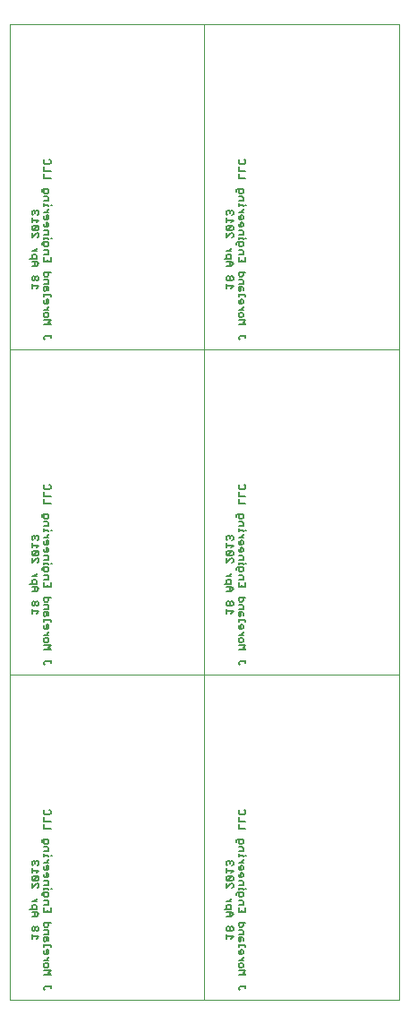
<source format=gbo>
G75*
G70*
%OFA0B0*%
%FSLAX25Y25*%
%IPPOS*%
%LPD*%
%AMOC8*
5,1,8,0,0,1.08239X$1,22.5*
%
%ADD29C,0.00500*%
%ADD43C,0.00000*%
X0010000Y0010000D02*
G75*
%LPD*%
D43*
X0010000Y0010000D02*
X0010000Y0131000D01*
X0082500Y0131000D01*
X0082500Y0010000D01*
X0010000Y0010000D01*
D29*
X0022750Y0014000D02*
X0022750Y0014410D01*
X0023170Y0014830D01*
X0025250Y0014830D01*
X0025250Y0014410D02*
X0025250Y0015250D01*
X0023170Y0013580D02*
X0022750Y0014000D01*
X0022750Y0019110D02*
X0025250Y0019110D01*
X0024420Y0019940D01*
X0025250Y0020770D01*
X0022750Y0020770D01*
X0023170Y0021870D02*
X0022750Y0022280D01*
X0022750Y0023120D01*
X0023170Y0023540D01*
X0024000Y0023540D01*
X0024420Y0023120D01*
X0024420Y0022280D01*
X0024000Y0021870D01*
X0023170Y0021870D01*
X0023580Y0024630D02*
X0024420Y0025460D01*
X0024420Y0025880D01*
X0024000Y0026930D02*
X0023170Y0026930D01*
X0022750Y0027350D01*
X0022750Y0028180D01*
X0023580Y0028600D02*
X0023580Y0026930D01*
X0024000Y0026930D02*
X0024420Y0027350D01*
X0024420Y0028180D01*
X0024000Y0028600D01*
X0023580Y0028600D01*
X0022750Y0029690D02*
X0022750Y0030530D01*
X0022750Y0030110D02*
X0025250Y0030110D01*
X0025250Y0029690D01*
X0024420Y0031950D02*
X0024420Y0032790D01*
X0024000Y0033200D01*
X0022750Y0033200D01*
X0022750Y0031950D01*
X0023170Y0031540D01*
X0023580Y0031950D01*
X0023580Y0033200D01*
X0022750Y0034300D02*
X0024420Y0034300D01*
X0024420Y0035550D01*
X0024000Y0035970D01*
X0022750Y0035970D01*
X0023170Y0037060D02*
X0024000Y0037060D01*
X0024420Y0037480D01*
X0024420Y0038730D01*
X0025250Y0038730D02*
X0022750Y0038730D01*
X0022750Y0037480D01*
X0023170Y0037060D01*
X0020750Y0036700D02*
X0020340Y0037120D01*
X0019920Y0037120D01*
X0019500Y0036700D01*
X0019500Y0035870D01*
X0019920Y0035450D01*
X0020340Y0035450D01*
X0020750Y0035870D01*
X0020750Y0036700D01*
X0019500Y0036700D02*
X0019080Y0037120D01*
X0018670Y0037120D01*
X0018250Y0036700D01*
X0018250Y0035870D01*
X0018670Y0035450D01*
X0019080Y0035450D01*
X0019500Y0035870D01*
X0018250Y0034360D02*
X0018250Y0032690D01*
X0018250Y0033520D02*
X0020750Y0033520D01*
X0019920Y0032690D01*
X0019920Y0040970D02*
X0018250Y0040970D01*
X0019500Y0040970D02*
X0019500Y0042640D01*
X0019920Y0042640D02*
X0020750Y0041810D01*
X0019920Y0040970D01*
X0019920Y0042640D02*
X0018250Y0042640D01*
X0018250Y0043740D02*
X0018250Y0044990D01*
X0018670Y0045400D01*
X0019500Y0045400D01*
X0019920Y0044990D01*
X0019920Y0043740D01*
X0017420Y0043740D01*
X0018250Y0046500D02*
X0019920Y0046500D01*
X0019920Y0047330D02*
X0019920Y0047750D01*
X0019920Y0047330D02*
X0019080Y0046500D01*
X0021920Y0048940D02*
X0021920Y0049360D01*
X0022330Y0049780D01*
X0024420Y0049780D01*
X0024420Y0048530D01*
X0024000Y0048110D01*
X0023170Y0048110D01*
X0022750Y0048530D01*
X0022750Y0049780D01*
X0022750Y0050870D02*
X0022750Y0051710D01*
X0022750Y0051290D02*
X0024420Y0051290D01*
X0024420Y0050870D01*
X0025250Y0051290D02*
X0025670Y0051290D01*
X0024420Y0052710D02*
X0024420Y0053970D01*
X0024000Y0054380D01*
X0022750Y0054380D01*
X0023170Y0055480D02*
X0024000Y0055480D01*
X0024420Y0055890D01*
X0024420Y0056730D01*
X0024000Y0057140D01*
X0023580Y0057140D01*
X0023580Y0055480D01*
X0023170Y0055480D02*
X0022750Y0055890D01*
X0022750Y0056730D01*
X0023170Y0058240D02*
X0024000Y0058240D01*
X0024420Y0058660D01*
X0024420Y0059490D01*
X0024000Y0059910D01*
X0023580Y0059910D01*
X0023580Y0058240D01*
X0023170Y0058240D02*
X0022750Y0058660D01*
X0022750Y0059490D01*
X0022750Y0061000D02*
X0024420Y0061000D01*
X0024420Y0061840D02*
X0024420Y0062250D01*
X0024420Y0061840D02*
X0023580Y0061000D01*
X0022750Y0063300D02*
X0022750Y0064140D01*
X0022750Y0063720D02*
X0024420Y0063720D01*
X0024420Y0063300D01*
X0025250Y0063720D02*
X0025670Y0063720D01*
X0024420Y0065140D02*
X0024420Y0066400D01*
X0024000Y0066810D01*
X0022750Y0066810D01*
X0023170Y0067910D02*
X0022750Y0068320D01*
X0022750Y0069580D01*
X0022330Y0069580D02*
X0024420Y0069580D01*
X0024420Y0068320D01*
X0024000Y0067910D01*
X0023170Y0067910D01*
X0021920Y0068740D02*
X0021920Y0069160D01*
X0022330Y0069580D01*
X0022750Y0073430D02*
X0022750Y0075100D01*
X0022750Y0076190D02*
X0022750Y0077860D01*
X0023170Y0078960D02*
X0022750Y0079370D01*
X0022750Y0080210D01*
X0023170Y0080620D01*
X0023170Y0078960D02*
X0024840Y0078960D01*
X0025250Y0079370D01*
X0025250Y0080210D01*
X0024840Y0080620D01*
X0025250Y0076190D02*
X0022750Y0076190D01*
X0022750Y0073430D02*
X0025250Y0073430D01*
X0024420Y0065140D02*
X0022750Y0065140D01*
X0020340Y0061520D02*
X0019920Y0061520D01*
X0019500Y0061100D01*
X0019080Y0061520D01*
X0018670Y0061520D01*
X0018250Y0061100D01*
X0018250Y0060270D01*
X0018670Y0059850D01*
X0018250Y0058760D02*
X0018250Y0057090D01*
X0018250Y0057920D02*
X0020750Y0057920D01*
X0019920Y0057090D01*
X0020340Y0055990D02*
X0018670Y0055990D01*
X0018250Y0055580D01*
X0018250Y0054740D01*
X0018670Y0054330D01*
X0020340Y0055990D01*
X0020750Y0055580D01*
X0020750Y0054740D01*
X0020340Y0054330D01*
X0018670Y0054330D01*
X0018250Y0053230D02*
X0018250Y0051560D01*
X0019920Y0053230D01*
X0020340Y0053230D01*
X0020750Y0052810D01*
X0020750Y0051980D01*
X0020340Y0051560D01*
X0022750Y0052710D02*
X0024420Y0052710D01*
X0024000Y0047020D02*
X0022750Y0047020D01*
X0024000Y0047020D02*
X0024420Y0046600D01*
X0024420Y0045350D01*
X0022750Y0045350D01*
X0022750Y0044250D02*
X0022750Y0042590D01*
X0025250Y0042590D01*
X0025250Y0044250D01*
X0024000Y0043420D02*
X0024000Y0042590D01*
X0020340Y0059850D02*
X0020750Y0060270D01*
X0020750Y0061100D01*
X0020340Y0061520D01*
X0019500Y0061100D02*
X0019500Y0060680D01*
X0022750Y0024630D02*
X0024420Y0024630D01*
X0010000Y0131000D02*
G75*
%LPD*%
D43*
X0010000Y0131000D02*
X0010000Y0252000D01*
X0082500Y0252000D01*
X0082500Y0131000D01*
X0010000Y0131000D01*
D29*
X0022750Y0135000D02*
X0022750Y0135410D01*
X0023170Y0135830D01*
X0025250Y0135830D01*
X0025250Y0135410D02*
X0025250Y0136250D01*
X0023170Y0134580D02*
X0022750Y0135000D01*
X0022750Y0140110D02*
X0025250Y0140110D01*
X0024420Y0140940D01*
X0025250Y0141770D01*
X0022750Y0141770D01*
X0023170Y0142870D02*
X0022750Y0143280D01*
X0022750Y0144120D01*
X0023170Y0144540D01*
X0024000Y0144540D01*
X0024420Y0144120D01*
X0024420Y0143280D01*
X0024000Y0142870D01*
X0023170Y0142870D01*
X0023580Y0145630D02*
X0024420Y0146460D01*
X0024420Y0146880D01*
X0024000Y0147930D02*
X0023170Y0147930D01*
X0022750Y0148350D01*
X0022750Y0149180D01*
X0023580Y0149600D02*
X0023580Y0147930D01*
X0024000Y0147930D02*
X0024420Y0148350D01*
X0024420Y0149180D01*
X0024000Y0149600D01*
X0023580Y0149600D01*
X0022750Y0150690D02*
X0022750Y0151530D01*
X0022750Y0151110D02*
X0025250Y0151110D01*
X0025250Y0150690D01*
X0024420Y0152950D02*
X0024420Y0153790D01*
X0024000Y0154200D01*
X0022750Y0154200D01*
X0022750Y0152950D01*
X0023170Y0152540D01*
X0023580Y0152950D01*
X0023580Y0154200D01*
X0022750Y0155300D02*
X0024420Y0155300D01*
X0024420Y0156550D01*
X0024000Y0156970D01*
X0022750Y0156970D01*
X0023170Y0158060D02*
X0024000Y0158060D01*
X0024420Y0158480D01*
X0024420Y0159730D01*
X0025250Y0159730D02*
X0022750Y0159730D01*
X0022750Y0158480D01*
X0023170Y0158060D01*
X0020750Y0157700D02*
X0020340Y0158120D01*
X0019920Y0158120D01*
X0019500Y0157700D01*
X0019500Y0156870D01*
X0019920Y0156450D01*
X0020340Y0156450D01*
X0020750Y0156870D01*
X0020750Y0157700D01*
X0019500Y0157700D02*
X0019080Y0158120D01*
X0018670Y0158120D01*
X0018250Y0157700D01*
X0018250Y0156870D01*
X0018670Y0156450D01*
X0019080Y0156450D01*
X0019500Y0156870D01*
X0018250Y0155360D02*
X0018250Y0153690D01*
X0018250Y0154520D02*
X0020750Y0154520D01*
X0019920Y0153690D01*
X0019920Y0161970D02*
X0018250Y0161970D01*
X0019500Y0161970D02*
X0019500Y0163640D01*
X0019920Y0163640D02*
X0020750Y0162810D01*
X0019920Y0161970D01*
X0019920Y0163640D02*
X0018250Y0163640D01*
X0018250Y0164740D02*
X0018250Y0165990D01*
X0018670Y0166400D01*
X0019500Y0166400D01*
X0019920Y0165990D01*
X0019920Y0164740D01*
X0017420Y0164740D01*
X0018250Y0167500D02*
X0019920Y0167500D01*
X0019920Y0168330D02*
X0019920Y0168750D01*
X0019920Y0168330D02*
X0019080Y0167500D01*
X0021920Y0169940D02*
X0021920Y0170360D01*
X0022330Y0170780D01*
X0024420Y0170780D01*
X0024420Y0169530D01*
X0024000Y0169110D01*
X0023170Y0169110D01*
X0022750Y0169530D01*
X0022750Y0170780D01*
X0022750Y0171870D02*
X0022750Y0172710D01*
X0022750Y0172290D02*
X0024420Y0172290D01*
X0024420Y0171870D01*
X0025250Y0172290D02*
X0025670Y0172290D01*
X0024420Y0173710D02*
X0024420Y0174970D01*
X0024000Y0175380D01*
X0022750Y0175380D01*
X0023170Y0176480D02*
X0024000Y0176480D01*
X0024420Y0176890D01*
X0024420Y0177730D01*
X0024000Y0178140D01*
X0023580Y0178140D01*
X0023580Y0176480D01*
X0023170Y0176480D02*
X0022750Y0176890D01*
X0022750Y0177730D01*
X0023170Y0179240D02*
X0024000Y0179240D01*
X0024420Y0179660D01*
X0024420Y0180490D01*
X0024000Y0180910D01*
X0023580Y0180910D01*
X0023580Y0179240D01*
X0023170Y0179240D02*
X0022750Y0179660D01*
X0022750Y0180490D01*
X0022750Y0182000D02*
X0024420Y0182000D01*
X0024420Y0182840D02*
X0024420Y0183250D01*
X0024420Y0182840D02*
X0023580Y0182000D01*
X0022750Y0184300D02*
X0022750Y0185140D01*
X0022750Y0184720D02*
X0024420Y0184720D01*
X0024420Y0184300D01*
X0025250Y0184720D02*
X0025670Y0184720D01*
X0024420Y0186140D02*
X0024420Y0187400D01*
X0024000Y0187810D01*
X0022750Y0187810D01*
X0023170Y0188910D02*
X0022750Y0189320D01*
X0022750Y0190580D01*
X0022330Y0190580D02*
X0024420Y0190580D01*
X0024420Y0189320D01*
X0024000Y0188910D01*
X0023170Y0188910D01*
X0021920Y0189740D02*
X0021920Y0190160D01*
X0022330Y0190580D01*
X0022750Y0194430D02*
X0022750Y0196100D01*
X0022750Y0197190D02*
X0022750Y0198860D01*
X0023170Y0199960D02*
X0022750Y0200370D01*
X0022750Y0201210D01*
X0023170Y0201620D01*
X0023170Y0199960D02*
X0024840Y0199960D01*
X0025250Y0200370D01*
X0025250Y0201210D01*
X0024840Y0201620D01*
X0025250Y0197190D02*
X0022750Y0197190D01*
X0022750Y0194430D02*
X0025250Y0194430D01*
X0024420Y0186140D02*
X0022750Y0186140D01*
X0020340Y0182520D02*
X0019920Y0182520D01*
X0019500Y0182100D01*
X0019080Y0182520D01*
X0018670Y0182520D01*
X0018250Y0182100D01*
X0018250Y0181270D01*
X0018670Y0180850D01*
X0018250Y0179760D02*
X0018250Y0178090D01*
X0018250Y0178920D02*
X0020750Y0178920D01*
X0019920Y0178090D01*
X0020340Y0176990D02*
X0018670Y0176990D01*
X0018250Y0176580D01*
X0018250Y0175740D01*
X0018670Y0175330D01*
X0020340Y0176990D01*
X0020750Y0176580D01*
X0020750Y0175740D01*
X0020340Y0175330D01*
X0018670Y0175330D01*
X0018250Y0174230D02*
X0018250Y0172560D01*
X0019920Y0174230D01*
X0020340Y0174230D01*
X0020750Y0173810D01*
X0020750Y0172980D01*
X0020340Y0172560D01*
X0022750Y0173710D02*
X0024420Y0173710D01*
X0024000Y0168020D02*
X0022750Y0168020D01*
X0024000Y0168020D02*
X0024420Y0167600D01*
X0024420Y0166350D01*
X0022750Y0166350D01*
X0022750Y0165250D02*
X0022750Y0163590D01*
X0025250Y0163590D01*
X0025250Y0165250D01*
X0024000Y0164420D02*
X0024000Y0163590D01*
X0020340Y0180850D02*
X0020750Y0181270D01*
X0020750Y0182100D01*
X0020340Y0182520D01*
X0019500Y0182100D02*
X0019500Y0181680D01*
X0022750Y0145630D02*
X0024420Y0145630D01*
X0010000Y0252000D02*
G75*
%LPD*%
D43*
X0010000Y0252000D02*
X0010000Y0373000D01*
X0082500Y0373000D01*
X0082500Y0252000D01*
X0010000Y0252000D01*
D29*
X0022750Y0256000D02*
X0022750Y0256410D01*
X0023170Y0256830D01*
X0025250Y0256830D01*
X0025250Y0256410D02*
X0025250Y0257250D01*
X0023170Y0255580D02*
X0022750Y0256000D01*
X0022750Y0261110D02*
X0025250Y0261110D01*
X0024420Y0261940D01*
X0025250Y0262770D01*
X0022750Y0262770D01*
X0023170Y0263870D02*
X0022750Y0264280D01*
X0022750Y0265120D01*
X0023170Y0265540D01*
X0024000Y0265540D01*
X0024420Y0265120D01*
X0024420Y0264280D01*
X0024000Y0263870D01*
X0023170Y0263870D01*
X0023580Y0266630D02*
X0024420Y0267460D01*
X0024420Y0267880D01*
X0024000Y0268930D02*
X0023170Y0268930D01*
X0022750Y0269350D01*
X0022750Y0270180D01*
X0023580Y0270600D02*
X0023580Y0268930D01*
X0024000Y0268930D02*
X0024420Y0269350D01*
X0024420Y0270180D01*
X0024000Y0270600D01*
X0023580Y0270600D01*
X0022750Y0271690D02*
X0022750Y0272530D01*
X0022750Y0272110D02*
X0025250Y0272110D01*
X0025250Y0271690D01*
X0024420Y0273950D02*
X0024420Y0274790D01*
X0024000Y0275200D01*
X0022750Y0275200D01*
X0022750Y0273950D01*
X0023170Y0273540D01*
X0023580Y0273950D01*
X0023580Y0275200D01*
X0022750Y0276300D02*
X0024420Y0276300D01*
X0024420Y0277550D01*
X0024000Y0277970D01*
X0022750Y0277970D01*
X0023170Y0279060D02*
X0024000Y0279060D01*
X0024420Y0279480D01*
X0024420Y0280730D01*
X0025250Y0280730D02*
X0022750Y0280730D01*
X0022750Y0279480D01*
X0023170Y0279060D01*
X0020750Y0278700D02*
X0020340Y0279120D01*
X0019920Y0279120D01*
X0019500Y0278700D01*
X0019500Y0277870D01*
X0019920Y0277450D01*
X0020340Y0277450D01*
X0020750Y0277870D01*
X0020750Y0278700D01*
X0019500Y0278700D02*
X0019080Y0279120D01*
X0018670Y0279120D01*
X0018250Y0278700D01*
X0018250Y0277870D01*
X0018670Y0277450D01*
X0019080Y0277450D01*
X0019500Y0277870D01*
X0018250Y0276360D02*
X0018250Y0274690D01*
X0018250Y0275520D02*
X0020750Y0275520D01*
X0019920Y0274690D01*
X0019920Y0282970D02*
X0018250Y0282970D01*
X0019500Y0282970D02*
X0019500Y0284640D01*
X0019920Y0284640D02*
X0020750Y0283810D01*
X0019920Y0282970D01*
X0019920Y0284640D02*
X0018250Y0284640D01*
X0018250Y0285740D02*
X0018250Y0286990D01*
X0018670Y0287400D01*
X0019500Y0287400D01*
X0019920Y0286990D01*
X0019920Y0285740D01*
X0017420Y0285740D01*
X0018250Y0288500D02*
X0019920Y0288500D01*
X0019920Y0289330D02*
X0019920Y0289750D01*
X0019920Y0289330D02*
X0019080Y0288500D01*
X0021920Y0290940D02*
X0021920Y0291360D01*
X0022330Y0291780D01*
X0024420Y0291780D01*
X0024420Y0290530D01*
X0024000Y0290110D01*
X0023170Y0290110D01*
X0022750Y0290530D01*
X0022750Y0291780D01*
X0022750Y0292870D02*
X0022750Y0293710D01*
X0022750Y0293290D02*
X0024420Y0293290D01*
X0024420Y0292870D01*
X0025250Y0293290D02*
X0025670Y0293290D01*
X0024420Y0294710D02*
X0024420Y0295970D01*
X0024000Y0296380D01*
X0022750Y0296380D01*
X0023170Y0297480D02*
X0024000Y0297480D01*
X0024420Y0297890D01*
X0024420Y0298730D01*
X0024000Y0299140D01*
X0023580Y0299140D01*
X0023580Y0297480D01*
X0023170Y0297480D02*
X0022750Y0297890D01*
X0022750Y0298730D01*
X0023170Y0300240D02*
X0024000Y0300240D01*
X0024420Y0300660D01*
X0024420Y0301490D01*
X0024000Y0301910D01*
X0023580Y0301910D01*
X0023580Y0300240D01*
X0023170Y0300240D02*
X0022750Y0300660D01*
X0022750Y0301490D01*
X0022750Y0303000D02*
X0024420Y0303000D01*
X0024420Y0303840D02*
X0024420Y0304250D01*
X0024420Y0303840D02*
X0023580Y0303000D01*
X0022750Y0305300D02*
X0022750Y0306140D01*
X0022750Y0305720D02*
X0024420Y0305720D01*
X0024420Y0305300D01*
X0025250Y0305720D02*
X0025670Y0305720D01*
X0024420Y0307140D02*
X0024420Y0308400D01*
X0024000Y0308810D01*
X0022750Y0308810D01*
X0023170Y0309910D02*
X0022750Y0310320D01*
X0022750Y0311580D01*
X0022330Y0311580D02*
X0024420Y0311580D01*
X0024420Y0310320D01*
X0024000Y0309910D01*
X0023170Y0309910D01*
X0021920Y0310740D02*
X0021920Y0311160D01*
X0022330Y0311580D01*
X0022750Y0315430D02*
X0022750Y0317100D01*
X0022750Y0318190D02*
X0022750Y0319860D01*
X0023170Y0320960D02*
X0022750Y0321370D01*
X0022750Y0322210D01*
X0023170Y0322620D01*
X0023170Y0320960D02*
X0024840Y0320960D01*
X0025250Y0321370D01*
X0025250Y0322210D01*
X0024840Y0322620D01*
X0025250Y0318190D02*
X0022750Y0318190D01*
X0022750Y0315430D02*
X0025250Y0315430D01*
X0024420Y0307140D02*
X0022750Y0307140D01*
X0020340Y0303520D02*
X0019920Y0303520D01*
X0019500Y0303100D01*
X0019080Y0303520D01*
X0018670Y0303520D01*
X0018250Y0303100D01*
X0018250Y0302270D01*
X0018670Y0301850D01*
X0018250Y0300760D02*
X0018250Y0299090D01*
X0018250Y0299920D02*
X0020750Y0299920D01*
X0019920Y0299090D01*
X0020340Y0297990D02*
X0018670Y0297990D01*
X0018250Y0297580D01*
X0018250Y0296740D01*
X0018670Y0296330D01*
X0020340Y0297990D01*
X0020750Y0297580D01*
X0020750Y0296740D01*
X0020340Y0296330D01*
X0018670Y0296330D01*
X0018250Y0295230D02*
X0018250Y0293560D01*
X0019920Y0295230D01*
X0020340Y0295230D01*
X0020750Y0294810D01*
X0020750Y0293980D01*
X0020340Y0293560D01*
X0022750Y0294710D02*
X0024420Y0294710D01*
X0024000Y0289020D02*
X0022750Y0289020D01*
X0024000Y0289020D02*
X0024420Y0288600D01*
X0024420Y0287350D01*
X0022750Y0287350D01*
X0022750Y0286250D02*
X0022750Y0284590D01*
X0025250Y0284590D01*
X0025250Y0286250D01*
X0024000Y0285420D02*
X0024000Y0284590D01*
X0020340Y0301850D02*
X0020750Y0302270D01*
X0020750Y0303100D01*
X0020340Y0303520D01*
X0019500Y0303100D02*
X0019500Y0302680D01*
X0022750Y0266630D02*
X0024420Y0266630D01*
X0082500Y0010000D02*
G75*
%LPD*%
D43*
X0082500Y0010000D02*
X0082500Y0131000D01*
X0155000Y0131000D01*
X0155000Y0010000D01*
X0082500Y0010000D01*
D29*
X0095250Y0014000D02*
X0095250Y0014410D01*
X0095670Y0014830D01*
X0097750Y0014830D01*
X0097750Y0014410D02*
X0097750Y0015250D01*
X0095670Y0013580D02*
X0095250Y0014000D01*
X0095250Y0019110D02*
X0097750Y0019110D01*
X0096920Y0019940D01*
X0097750Y0020770D01*
X0095250Y0020770D01*
X0095670Y0021870D02*
X0095250Y0022280D01*
X0095250Y0023120D01*
X0095670Y0023540D01*
X0096500Y0023540D01*
X0096920Y0023120D01*
X0096920Y0022280D01*
X0096500Y0021870D01*
X0095670Y0021870D01*
X0096080Y0024630D02*
X0096920Y0025460D01*
X0096920Y0025880D01*
X0096500Y0026930D02*
X0095670Y0026930D01*
X0095250Y0027350D01*
X0095250Y0028180D01*
X0096080Y0028600D02*
X0096080Y0026930D01*
X0096500Y0026930D02*
X0096920Y0027350D01*
X0096920Y0028180D01*
X0096500Y0028600D01*
X0096080Y0028600D01*
X0095250Y0029690D02*
X0095250Y0030530D01*
X0095250Y0030110D02*
X0097750Y0030110D01*
X0097750Y0029690D01*
X0096920Y0031950D02*
X0096920Y0032790D01*
X0096500Y0033200D01*
X0095250Y0033200D01*
X0095250Y0031950D01*
X0095670Y0031540D01*
X0096080Y0031950D01*
X0096080Y0033200D01*
X0095250Y0034300D02*
X0096920Y0034300D01*
X0096920Y0035550D01*
X0096500Y0035970D01*
X0095250Y0035970D01*
X0095670Y0037060D02*
X0096500Y0037060D01*
X0096920Y0037480D01*
X0096920Y0038730D01*
X0097750Y0038730D02*
X0095250Y0038730D01*
X0095250Y0037480D01*
X0095670Y0037060D01*
X0093250Y0036700D02*
X0092840Y0037120D01*
X0092420Y0037120D01*
X0092000Y0036700D01*
X0092000Y0035870D01*
X0092420Y0035450D01*
X0092840Y0035450D01*
X0093250Y0035870D01*
X0093250Y0036700D01*
X0092000Y0036700D02*
X0091580Y0037120D01*
X0091170Y0037120D01*
X0090750Y0036700D01*
X0090750Y0035870D01*
X0091170Y0035450D01*
X0091580Y0035450D01*
X0092000Y0035870D01*
X0090750Y0034360D02*
X0090750Y0032690D01*
X0090750Y0033520D02*
X0093250Y0033520D01*
X0092420Y0032690D01*
X0092420Y0040970D02*
X0090750Y0040970D01*
X0092000Y0040970D02*
X0092000Y0042640D01*
X0092420Y0042640D02*
X0093250Y0041810D01*
X0092420Y0040970D01*
X0092420Y0042640D02*
X0090750Y0042640D01*
X0090750Y0043740D02*
X0090750Y0044990D01*
X0091170Y0045400D01*
X0092000Y0045400D01*
X0092420Y0044990D01*
X0092420Y0043740D01*
X0089920Y0043740D01*
X0090750Y0046500D02*
X0092420Y0046500D01*
X0092420Y0047330D02*
X0092420Y0047750D01*
X0092420Y0047330D02*
X0091580Y0046500D01*
X0094420Y0048940D02*
X0094420Y0049360D01*
X0094830Y0049780D01*
X0096920Y0049780D01*
X0096920Y0048530D01*
X0096500Y0048110D01*
X0095670Y0048110D01*
X0095250Y0048530D01*
X0095250Y0049780D01*
X0095250Y0050870D02*
X0095250Y0051710D01*
X0095250Y0051290D02*
X0096920Y0051290D01*
X0096920Y0050870D01*
X0097750Y0051290D02*
X0098170Y0051290D01*
X0096920Y0052710D02*
X0096920Y0053970D01*
X0096500Y0054380D01*
X0095250Y0054380D01*
X0095670Y0055480D02*
X0096500Y0055480D01*
X0096920Y0055890D01*
X0096920Y0056730D01*
X0096500Y0057140D01*
X0096080Y0057140D01*
X0096080Y0055480D01*
X0095670Y0055480D02*
X0095250Y0055890D01*
X0095250Y0056730D01*
X0095670Y0058240D02*
X0096500Y0058240D01*
X0096920Y0058660D01*
X0096920Y0059490D01*
X0096500Y0059910D01*
X0096080Y0059910D01*
X0096080Y0058240D01*
X0095670Y0058240D02*
X0095250Y0058660D01*
X0095250Y0059490D01*
X0095250Y0061000D02*
X0096920Y0061000D01*
X0096920Y0061840D02*
X0096920Y0062250D01*
X0096920Y0061840D02*
X0096080Y0061000D01*
X0095250Y0063300D02*
X0095250Y0064140D01*
X0095250Y0063720D02*
X0096920Y0063720D01*
X0096920Y0063300D01*
X0097750Y0063720D02*
X0098170Y0063720D01*
X0096920Y0065140D02*
X0096920Y0066400D01*
X0096500Y0066810D01*
X0095250Y0066810D01*
X0095670Y0067910D02*
X0095250Y0068320D01*
X0095250Y0069580D01*
X0094830Y0069580D02*
X0096920Y0069580D01*
X0096920Y0068320D01*
X0096500Y0067910D01*
X0095670Y0067910D01*
X0094420Y0068740D02*
X0094420Y0069160D01*
X0094830Y0069580D01*
X0095250Y0073430D02*
X0095250Y0075100D01*
X0095250Y0076190D02*
X0095250Y0077860D01*
X0095670Y0078960D02*
X0095250Y0079370D01*
X0095250Y0080210D01*
X0095670Y0080620D01*
X0095670Y0078960D02*
X0097340Y0078960D01*
X0097750Y0079370D01*
X0097750Y0080210D01*
X0097340Y0080620D01*
X0097750Y0076190D02*
X0095250Y0076190D01*
X0095250Y0073430D02*
X0097750Y0073430D01*
X0096920Y0065140D02*
X0095250Y0065140D01*
X0092840Y0061520D02*
X0092420Y0061520D01*
X0092000Y0061100D01*
X0091580Y0061520D01*
X0091170Y0061520D01*
X0090750Y0061100D01*
X0090750Y0060270D01*
X0091170Y0059850D01*
X0090750Y0058760D02*
X0090750Y0057090D01*
X0090750Y0057920D02*
X0093250Y0057920D01*
X0092420Y0057090D01*
X0092840Y0055990D02*
X0091170Y0055990D01*
X0090750Y0055580D01*
X0090750Y0054740D01*
X0091170Y0054330D01*
X0092840Y0055990D01*
X0093250Y0055580D01*
X0093250Y0054740D01*
X0092840Y0054330D01*
X0091170Y0054330D01*
X0090750Y0053230D02*
X0090750Y0051560D01*
X0092420Y0053230D01*
X0092840Y0053230D01*
X0093250Y0052810D01*
X0093250Y0051980D01*
X0092840Y0051560D01*
X0095250Y0052710D02*
X0096920Y0052710D01*
X0096500Y0047020D02*
X0095250Y0047020D01*
X0096500Y0047020D02*
X0096920Y0046600D01*
X0096920Y0045350D01*
X0095250Y0045350D01*
X0095250Y0044250D02*
X0095250Y0042590D01*
X0097750Y0042590D01*
X0097750Y0044250D01*
X0096500Y0043420D02*
X0096500Y0042590D01*
X0092840Y0059850D02*
X0093250Y0060270D01*
X0093250Y0061100D01*
X0092840Y0061520D01*
X0092000Y0061100D02*
X0092000Y0060680D01*
X0095250Y0024630D02*
X0096920Y0024630D01*
X0082500Y0131000D02*
G75*
%LPD*%
D43*
X0082500Y0131000D02*
X0082500Y0252000D01*
X0155000Y0252000D01*
X0155000Y0131000D01*
X0082500Y0131000D01*
D29*
X0095250Y0135000D02*
X0095250Y0135410D01*
X0095670Y0135830D01*
X0097750Y0135830D01*
X0097750Y0135410D02*
X0097750Y0136250D01*
X0095670Y0134580D02*
X0095250Y0135000D01*
X0095250Y0140110D02*
X0097750Y0140110D01*
X0096920Y0140940D01*
X0097750Y0141770D01*
X0095250Y0141770D01*
X0095670Y0142870D02*
X0095250Y0143280D01*
X0095250Y0144120D01*
X0095670Y0144540D01*
X0096500Y0144540D01*
X0096920Y0144120D01*
X0096920Y0143280D01*
X0096500Y0142870D01*
X0095670Y0142870D01*
X0096080Y0145630D02*
X0096920Y0146460D01*
X0096920Y0146880D01*
X0096500Y0147930D02*
X0095670Y0147930D01*
X0095250Y0148350D01*
X0095250Y0149180D01*
X0096080Y0149600D02*
X0096080Y0147930D01*
X0096500Y0147930D02*
X0096920Y0148350D01*
X0096920Y0149180D01*
X0096500Y0149600D01*
X0096080Y0149600D01*
X0095250Y0150690D02*
X0095250Y0151530D01*
X0095250Y0151110D02*
X0097750Y0151110D01*
X0097750Y0150690D01*
X0096920Y0152950D02*
X0096920Y0153790D01*
X0096500Y0154200D01*
X0095250Y0154200D01*
X0095250Y0152950D01*
X0095670Y0152540D01*
X0096080Y0152950D01*
X0096080Y0154200D01*
X0095250Y0155300D02*
X0096920Y0155300D01*
X0096920Y0156550D01*
X0096500Y0156970D01*
X0095250Y0156970D01*
X0095670Y0158060D02*
X0096500Y0158060D01*
X0096920Y0158480D01*
X0096920Y0159730D01*
X0097750Y0159730D02*
X0095250Y0159730D01*
X0095250Y0158480D01*
X0095670Y0158060D01*
X0093250Y0157700D02*
X0092840Y0158120D01*
X0092420Y0158120D01*
X0092000Y0157700D01*
X0092000Y0156870D01*
X0092420Y0156450D01*
X0092840Y0156450D01*
X0093250Y0156870D01*
X0093250Y0157700D01*
X0092000Y0157700D02*
X0091580Y0158120D01*
X0091170Y0158120D01*
X0090750Y0157700D01*
X0090750Y0156870D01*
X0091170Y0156450D01*
X0091580Y0156450D01*
X0092000Y0156870D01*
X0090750Y0155360D02*
X0090750Y0153690D01*
X0090750Y0154520D02*
X0093250Y0154520D01*
X0092420Y0153690D01*
X0092420Y0161970D02*
X0090750Y0161970D01*
X0092000Y0161970D02*
X0092000Y0163640D01*
X0092420Y0163640D02*
X0093250Y0162810D01*
X0092420Y0161970D01*
X0092420Y0163640D02*
X0090750Y0163640D01*
X0090750Y0164740D02*
X0090750Y0165990D01*
X0091170Y0166400D01*
X0092000Y0166400D01*
X0092420Y0165990D01*
X0092420Y0164740D01*
X0089920Y0164740D01*
X0090750Y0167500D02*
X0092420Y0167500D01*
X0092420Y0168330D02*
X0092420Y0168750D01*
X0092420Y0168330D02*
X0091580Y0167500D01*
X0094420Y0169940D02*
X0094420Y0170360D01*
X0094830Y0170780D01*
X0096920Y0170780D01*
X0096920Y0169530D01*
X0096500Y0169110D01*
X0095670Y0169110D01*
X0095250Y0169530D01*
X0095250Y0170780D01*
X0095250Y0171870D02*
X0095250Y0172710D01*
X0095250Y0172290D02*
X0096920Y0172290D01*
X0096920Y0171870D01*
X0097750Y0172290D02*
X0098170Y0172290D01*
X0096920Y0173710D02*
X0096920Y0174970D01*
X0096500Y0175380D01*
X0095250Y0175380D01*
X0095670Y0176480D02*
X0096500Y0176480D01*
X0096920Y0176890D01*
X0096920Y0177730D01*
X0096500Y0178140D01*
X0096080Y0178140D01*
X0096080Y0176480D01*
X0095670Y0176480D02*
X0095250Y0176890D01*
X0095250Y0177730D01*
X0095670Y0179240D02*
X0096500Y0179240D01*
X0096920Y0179660D01*
X0096920Y0180490D01*
X0096500Y0180910D01*
X0096080Y0180910D01*
X0096080Y0179240D01*
X0095670Y0179240D02*
X0095250Y0179660D01*
X0095250Y0180490D01*
X0095250Y0182000D02*
X0096920Y0182000D01*
X0096920Y0182840D02*
X0096920Y0183250D01*
X0096920Y0182840D02*
X0096080Y0182000D01*
X0095250Y0184300D02*
X0095250Y0185140D01*
X0095250Y0184720D02*
X0096920Y0184720D01*
X0096920Y0184300D01*
X0097750Y0184720D02*
X0098170Y0184720D01*
X0096920Y0186140D02*
X0096920Y0187400D01*
X0096500Y0187810D01*
X0095250Y0187810D01*
X0095670Y0188910D02*
X0095250Y0189320D01*
X0095250Y0190580D01*
X0094830Y0190580D02*
X0096920Y0190580D01*
X0096920Y0189320D01*
X0096500Y0188910D01*
X0095670Y0188910D01*
X0094420Y0189740D02*
X0094420Y0190160D01*
X0094830Y0190580D01*
X0095250Y0194430D02*
X0095250Y0196100D01*
X0095250Y0197190D02*
X0095250Y0198860D01*
X0095670Y0199960D02*
X0095250Y0200370D01*
X0095250Y0201210D01*
X0095670Y0201620D01*
X0095670Y0199960D02*
X0097340Y0199960D01*
X0097750Y0200370D01*
X0097750Y0201210D01*
X0097340Y0201620D01*
X0097750Y0197190D02*
X0095250Y0197190D01*
X0095250Y0194430D02*
X0097750Y0194430D01*
X0096920Y0186140D02*
X0095250Y0186140D01*
X0092840Y0182520D02*
X0092420Y0182520D01*
X0092000Y0182100D01*
X0091580Y0182520D01*
X0091170Y0182520D01*
X0090750Y0182100D01*
X0090750Y0181270D01*
X0091170Y0180850D01*
X0090750Y0179760D02*
X0090750Y0178090D01*
X0090750Y0178920D02*
X0093250Y0178920D01*
X0092420Y0178090D01*
X0092840Y0176990D02*
X0091170Y0176990D01*
X0090750Y0176580D01*
X0090750Y0175740D01*
X0091170Y0175330D01*
X0092840Y0176990D01*
X0093250Y0176580D01*
X0093250Y0175740D01*
X0092840Y0175330D01*
X0091170Y0175330D01*
X0090750Y0174230D02*
X0090750Y0172560D01*
X0092420Y0174230D01*
X0092840Y0174230D01*
X0093250Y0173810D01*
X0093250Y0172980D01*
X0092840Y0172560D01*
X0095250Y0173710D02*
X0096920Y0173710D01*
X0096500Y0168020D02*
X0095250Y0168020D01*
X0096500Y0168020D02*
X0096920Y0167600D01*
X0096920Y0166350D01*
X0095250Y0166350D01*
X0095250Y0165250D02*
X0095250Y0163590D01*
X0097750Y0163590D01*
X0097750Y0165250D01*
X0096500Y0164420D02*
X0096500Y0163590D01*
X0092840Y0180850D02*
X0093250Y0181270D01*
X0093250Y0182100D01*
X0092840Y0182520D01*
X0092000Y0182100D02*
X0092000Y0181680D01*
X0095250Y0145630D02*
X0096920Y0145630D01*
X0082500Y0252000D02*
G75*
%LPD*%
D43*
X0082500Y0252000D02*
X0082500Y0373000D01*
X0155000Y0373000D01*
X0155000Y0252000D01*
X0082500Y0252000D01*
D29*
X0095250Y0256000D02*
X0095250Y0256410D01*
X0095670Y0256830D01*
X0097750Y0256830D01*
X0097750Y0256410D02*
X0097750Y0257250D01*
X0095670Y0255580D02*
X0095250Y0256000D01*
X0095250Y0261110D02*
X0097750Y0261110D01*
X0096920Y0261940D01*
X0097750Y0262770D01*
X0095250Y0262770D01*
X0095670Y0263870D02*
X0095250Y0264280D01*
X0095250Y0265120D01*
X0095670Y0265540D01*
X0096500Y0265540D01*
X0096920Y0265120D01*
X0096920Y0264280D01*
X0096500Y0263870D01*
X0095670Y0263870D01*
X0096080Y0266630D02*
X0096920Y0267460D01*
X0096920Y0267880D01*
X0096500Y0268930D02*
X0095670Y0268930D01*
X0095250Y0269350D01*
X0095250Y0270180D01*
X0096080Y0270600D02*
X0096080Y0268930D01*
X0096500Y0268930D02*
X0096920Y0269350D01*
X0096920Y0270180D01*
X0096500Y0270600D01*
X0096080Y0270600D01*
X0095250Y0271690D02*
X0095250Y0272530D01*
X0095250Y0272110D02*
X0097750Y0272110D01*
X0097750Y0271690D01*
X0096920Y0273950D02*
X0096920Y0274790D01*
X0096500Y0275200D01*
X0095250Y0275200D01*
X0095250Y0273950D01*
X0095670Y0273540D01*
X0096080Y0273950D01*
X0096080Y0275200D01*
X0095250Y0276300D02*
X0096920Y0276300D01*
X0096920Y0277550D01*
X0096500Y0277970D01*
X0095250Y0277970D01*
X0095670Y0279060D02*
X0096500Y0279060D01*
X0096920Y0279480D01*
X0096920Y0280730D01*
X0097750Y0280730D02*
X0095250Y0280730D01*
X0095250Y0279480D01*
X0095670Y0279060D01*
X0093250Y0278700D02*
X0092840Y0279120D01*
X0092420Y0279120D01*
X0092000Y0278700D01*
X0092000Y0277870D01*
X0092420Y0277450D01*
X0092840Y0277450D01*
X0093250Y0277870D01*
X0093250Y0278700D01*
X0092000Y0278700D02*
X0091580Y0279120D01*
X0091170Y0279120D01*
X0090750Y0278700D01*
X0090750Y0277870D01*
X0091170Y0277450D01*
X0091580Y0277450D01*
X0092000Y0277870D01*
X0090750Y0276360D02*
X0090750Y0274690D01*
X0090750Y0275520D02*
X0093250Y0275520D01*
X0092420Y0274690D01*
X0092420Y0282970D02*
X0090750Y0282970D01*
X0092000Y0282970D02*
X0092000Y0284640D01*
X0092420Y0284640D02*
X0093250Y0283810D01*
X0092420Y0282970D01*
X0092420Y0284640D02*
X0090750Y0284640D01*
X0090750Y0285740D02*
X0090750Y0286990D01*
X0091170Y0287400D01*
X0092000Y0287400D01*
X0092420Y0286990D01*
X0092420Y0285740D01*
X0089920Y0285740D01*
X0090750Y0288500D02*
X0092420Y0288500D01*
X0092420Y0289330D02*
X0092420Y0289750D01*
X0092420Y0289330D02*
X0091580Y0288500D01*
X0094420Y0290940D02*
X0094420Y0291360D01*
X0094830Y0291780D01*
X0096920Y0291780D01*
X0096920Y0290530D01*
X0096500Y0290110D01*
X0095670Y0290110D01*
X0095250Y0290530D01*
X0095250Y0291780D01*
X0095250Y0292870D02*
X0095250Y0293710D01*
X0095250Y0293290D02*
X0096920Y0293290D01*
X0096920Y0292870D01*
X0097750Y0293290D02*
X0098170Y0293290D01*
X0096920Y0294710D02*
X0096920Y0295970D01*
X0096500Y0296380D01*
X0095250Y0296380D01*
X0095670Y0297480D02*
X0096500Y0297480D01*
X0096920Y0297890D01*
X0096920Y0298730D01*
X0096500Y0299140D01*
X0096080Y0299140D01*
X0096080Y0297480D01*
X0095670Y0297480D02*
X0095250Y0297890D01*
X0095250Y0298730D01*
X0095670Y0300240D02*
X0096500Y0300240D01*
X0096920Y0300660D01*
X0096920Y0301490D01*
X0096500Y0301910D01*
X0096080Y0301910D01*
X0096080Y0300240D01*
X0095670Y0300240D02*
X0095250Y0300660D01*
X0095250Y0301490D01*
X0095250Y0303000D02*
X0096920Y0303000D01*
X0096920Y0303840D02*
X0096920Y0304250D01*
X0096920Y0303840D02*
X0096080Y0303000D01*
X0095250Y0305300D02*
X0095250Y0306140D01*
X0095250Y0305720D02*
X0096920Y0305720D01*
X0096920Y0305300D01*
X0097750Y0305720D02*
X0098170Y0305720D01*
X0096920Y0307140D02*
X0096920Y0308400D01*
X0096500Y0308810D01*
X0095250Y0308810D01*
X0095670Y0309910D02*
X0095250Y0310320D01*
X0095250Y0311580D01*
X0094830Y0311580D02*
X0096920Y0311580D01*
X0096920Y0310320D01*
X0096500Y0309910D01*
X0095670Y0309910D01*
X0094420Y0310740D02*
X0094420Y0311160D01*
X0094830Y0311580D01*
X0095250Y0315430D02*
X0095250Y0317100D01*
X0095250Y0318190D02*
X0095250Y0319860D01*
X0095670Y0320960D02*
X0095250Y0321370D01*
X0095250Y0322210D01*
X0095670Y0322620D01*
X0095670Y0320960D02*
X0097340Y0320960D01*
X0097750Y0321370D01*
X0097750Y0322210D01*
X0097340Y0322620D01*
X0097750Y0318190D02*
X0095250Y0318190D01*
X0095250Y0315430D02*
X0097750Y0315430D01*
X0096920Y0307140D02*
X0095250Y0307140D01*
X0092840Y0303520D02*
X0092420Y0303520D01*
X0092000Y0303100D01*
X0091580Y0303520D01*
X0091170Y0303520D01*
X0090750Y0303100D01*
X0090750Y0302270D01*
X0091170Y0301850D01*
X0090750Y0300760D02*
X0090750Y0299090D01*
X0090750Y0299920D02*
X0093250Y0299920D01*
X0092420Y0299090D01*
X0092840Y0297990D02*
X0091170Y0297990D01*
X0090750Y0297580D01*
X0090750Y0296740D01*
X0091170Y0296330D01*
X0092840Y0297990D01*
X0093250Y0297580D01*
X0093250Y0296740D01*
X0092840Y0296330D01*
X0091170Y0296330D01*
X0090750Y0295230D02*
X0090750Y0293560D01*
X0092420Y0295230D01*
X0092840Y0295230D01*
X0093250Y0294810D01*
X0093250Y0293980D01*
X0092840Y0293560D01*
X0095250Y0294710D02*
X0096920Y0294710D01*
X0096500Y0289020D02*
X0095250Y0289020D01*
X0096500Y0289020D02*
X0096920Y0288600D01*
X0096920Y0287350D01*
X0095250Y0287350D01*
X0095250Y0286250D02*
X0095250Y0284590D01*
X0097750Y0284590D01*
X0097750Y0286250D01*
X0096500Y0285420D02*
X0096500Y0284590D01*
X0092840Y0301850D02*
X0093250Y0302270D01*
X0093250Y0303100D01*
X0092840Y0303520D01*
X0092000Y0303100D02*
X0092000Y0302680D01*
X0095250Y0266630D02*
X0096920Y0266630D01*
M02*

</source>
